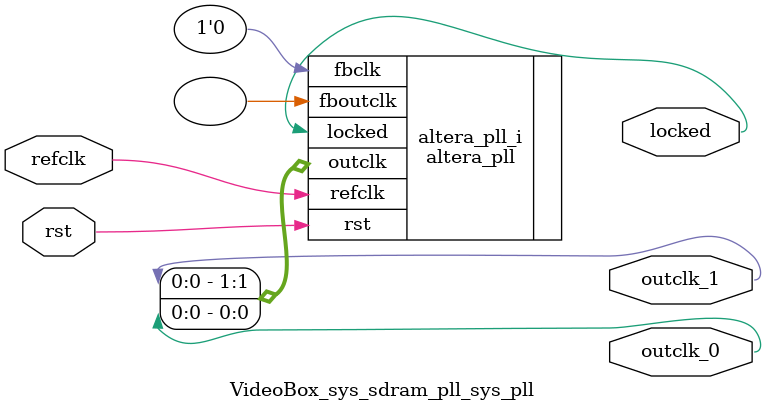
<source format=v>
`timescale 1ns/10ps
module  VideoBox_sys_sdram_pll_sys_pll(

	// interface 'refclk'
	input wire refclk,

	// interface 'reset'
	input wire rst,

	// interface 'outclk0'
	output wire outclk_0,

	// interface 'outclk1'
	output wire outclk_1,

	// interface 'locked'
	output wire locked
);

	altera_pll #(
		.fractional_vco_multiplier("false"),
		.reference_clock_frequency("50.0 MHz"),
		.operation_mode("direct"),
		.number_of_clocks(2),
		.output_clock_frequency0("100.000000 MHz"),
		.phase_shift0("0 ps"),
		.duty_cycle0(50),
		.output_clock_frequency1("100.000000 MHz"),
		.phase_shift1("-3000 ps"),
		.duty_cycle1(50),
		.output_clock_frequency2("0 MHz"),
		.phase_shift2("0 ps"),
		.duty_cycle2(50),
		.output_clock_frequency3("0 MHz"),
		.phase_shift3("0 ps"),
		.duty_cycle3(50),
		.output_clock_frequency4("0 MHz"),
		.phase_shift4("0 ps"),
		.duty_cycle4(50),
		.output_clock_frequency5("0 MHz"),
		.phase_shift5("0 ps"),
		.duty_cycle5(50),
		.output_clock_frequency6("0 MHz"),
		.phase_shift6("0 ps"),
		.duty_cycle6(50),
		.output_clock_frequency7("0 MHz"),
		.phase_shift7("0 ps"),
		.duty_cycle7(50),
		.output_clock_frequency8("0 MHz"),
		.phase_shift8("0 ps"),
		.duty_cycle8(50),
		.output_clock_frequency9("0 MHz"),
		.phase_shift9("0 ps"),
		.duty_cycle9(50),
		.output_clock_frequency10("0 MHz"),
		.phase_shift10("0 ps"),
		.duty_cycle10(50),
		.output_clock_frequency11("0 MHz"),
		.phase_shift11("0 ps"),
		.duty_cycle11(50),
		.output_clock_frequency12("0 MHz"),
		.phase_shift12("0 ps"),
		.duty_cycle12(50),
		.output_clock_frequency13("0 MHz"),
		.phase_shift13("0 ps"),
		.duty_cycle13(50),
		.output_clock_frequency14("0 MHz"),
		.phase_shift14("0 ps"),
		.duty_cycle14(50),
		.output_clock_frequency15("0 MHz"),
		.phase_shift15("0 ps"),
		.duty_cycle15(50),
		.output_clock_frequency16("0 MHz"),
		.phase_shift16("0 ps"),
		.duty_cycle16(50),
		.output_clock_frequency17("0 MHz"),
		.phase_shift17("0 ps"),
		.duty_cycle17(50),
		.pll_type("General"),
		.pll_subtype("General")
	) altera_pll_i (
		.rst	(rst),
		.outclk	({outclk_1, outclk_0}),
		.locked	(locked),
		.fboutclk	( ),
		.fbclk	(1'b0),
		.refclk	(refclk)
	);
endmodule


</source>
